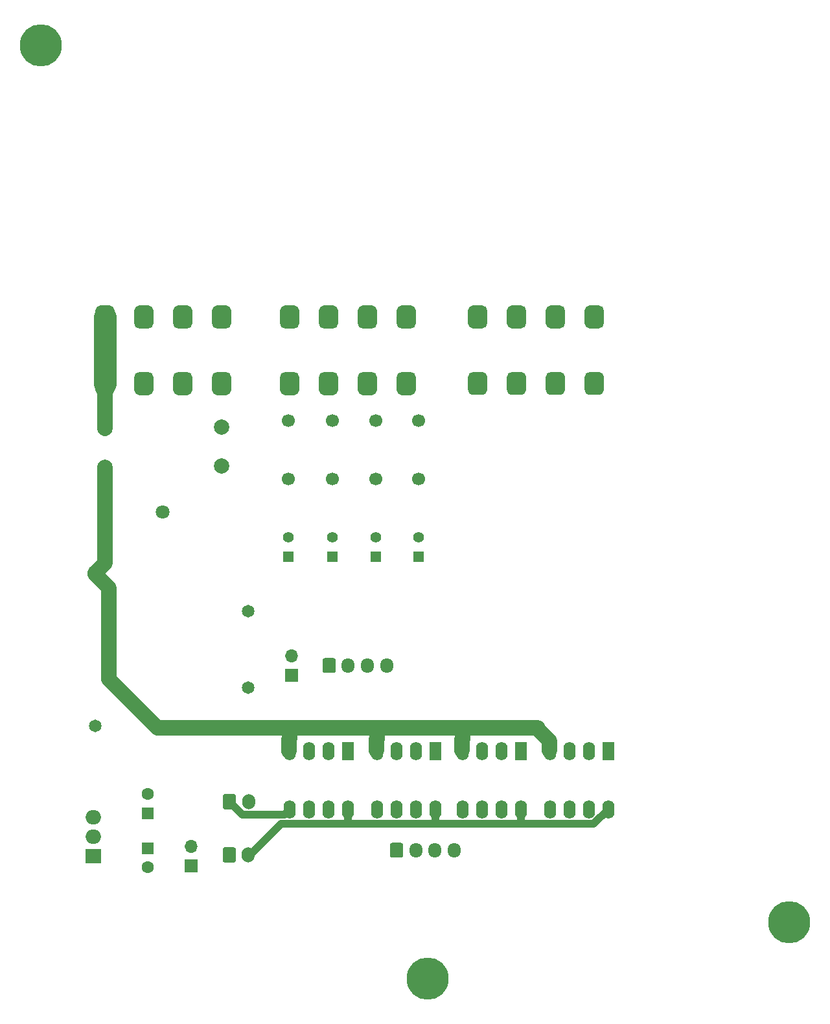
<source format=gbr>
G04 #@! TF.GenerationSoftware,KiCad,Pcbnew,(5.1.6)-1*
G04 #@! TF.CreationDate,2021-11-05T18:09:41+01:00*
G04 #@! TF.ProjectId,hamodule,68616d6f-6475-46c6-952e-6b696361645f,rev?*
G04 #@! TF.SameCoordinates,Original*
G04 #@! TF.FileFunction,Copper,L2,Bot*
G04 #@! TF.FilePolarity,Positive*
%FSLAX46Y46*%
G04 Gerber Fmt 4.6, Leading zero omitted, Abs format (unit mm)*
G04 Created by KiCad (PCBNEW (5.1.6)-1) date 2021-11-05 18:09:41*
%MOMM*%
%LPD*%
G01*
G04 APERTURE LIST*
G04 #@! TA.AperFunction,ComponentPad*
%ADD10C,1.600000*%
G04 #@! TD*
G04 #@! TA.AperFunction,ComponentPad*
%ADD11R,1.600000X1.600000*%
G04 #@! TD*
G04 #@! TA.AperFunction,ComponentPad*
%ADD12O,2.000000X1.905000*%
G04 #@! TD*
G04 #@! TA.AperFunction,ComponentPad*
%ADD13R,2.000000X1.905000*%
G04 #@! TD*
G04 #@! TA.AperFunction,ComponentPad*
%ADD14O,1.700000X1.950000*%
G04 #@! TD*
G04 #@! TA.AperFunction,ViaPad*
%ADD15C,1.700000*%
G04 #@! TD*
G04 #@! TA.AperFunction,ViaPad*
%ADD16C,1.400000*%
G04 #@! TD*
G04 #@! TA.AperFunction,ViaPad*
%ADD17R,1.400000X1.400000*%
G04 #@! TD*
G04 #@! TA.AperFunction,ComponentPad*
%ADD18C,1.650000*%
G04 #@! TD*
G04 #@! TA.AperFunction,ComponentPad*
%ADD19R,1.650000X1.650000*%
G04 #@! TD*
G04 #@! TA.AperFunction,ComponentPad*
%ADD20C,2.000000*%
G04 #@! TD*
G04 #@! TA.AperFunction,ComponentPad*
%ADD21O,1.700000X1.700000*%
G04 #@! TD*
G04 #@! TA.AperFunction,ComponentPad*
%ADD22R,1.700000X1.700000*%
G04 #@! TD*
G04 #@! TA.AperFunction,ComponentPad*
%ADD23O,1.700000X2.000000*%
G04 #@! TD*
G04 #@! TA.AperFunction,ComponentPad*
%ADD24C,1.800000*%
G04 #@! TD*
G04 #@! TA.AperFunction,ComponentPad*
%ADD25C,5.500000*%
G04 #@! TD*
G04 #@! TA.AperFunction,ComponentPad*
%ADD26R,1.600000X2.400000*%
G04 #@! TD*
G04 #@! TA.AperFunction,ComponentPad*
%ADD27O,1.600000X2.400000*%
G04 #@! TD*
G04 #@! TA.AperFunction,Conductor*
%ADD28C,2.000000*%
G04 #@! TD*
G04 #@! TA.AperFunction,Conductor*
%ADD29C,1.000000*%
G04 #@! TD*
G04 #@! TA.AperFunction,Conductor*
%ADD30C,3.000000*%
G04 #@! TD*
G04 APERTURE END LIST*
D10*
X136334500Y-147089500D03*
D11*
X136334500Y-144589500D03*
D10*
X136334500Y-137517500D03*
D11*
X136334500Y-140017500D03*
D12*
X129222500Y-140525500D03*
X129222500Y-143065500D03*
D13*
X129222500Y-145605500D03*
D14*
X176346500Y-144843500D03*
X173846500Y-144843500D03*
X171346500Y-144843500D03*
G04 #@! TA.AperFunction,ComponentPad*
G36*
G01*
X167996500Y-145568500D02*
X167996500Y-144118500D01*
G75*
G02*
X168246500Y-143868500I250000J0D01*
G01*
X169446500Y-143868500D01*
G75*
G02*
X169696500Y-144118500I0J-250000D01*
G01*
X169696500Y-145568500D01*
G75*
G02*
X169446500Y-145818500I-250000J0D01*
G01*
X168246500Y-145818500D01*
G75*
G02*
X167996500Y-145568500I0J250000D01*
G01*
G37*
G04 #@! TD.AperFunction*
D15*
X166126500Y-88753501D03*
X166126500Y-96373501D03*
D16*
X166126500Y-103993501D03*
D17*
X166126500Y-106533501D03*
D15*
X171714500Y-88753501D03*
X171714500Y-96373501D03*
D16*
X171714500Y-103993501D03*
D17*
X171714500Y-106533501D03*
D15*
X160464500Y-88709500D03*
X160464500Y-96329500D03*
D16*
X160464500Y-103949500D03*
D17*
X160464500Y-106489500D03*
D15*
X154696500Y-88753501D03*
X154696500Y-96373501D03*
D16*
X154696500Y-103993501D03*
D17*
X154696500Y-106533501D03*
D18*
X149476500Y-113587500D03*
X149476500Y-123587500D03*
X129476500Y-128587500D03*
D19*
X129476500Y-108587500D03*
G04 #@! TA.AperFunction,ComponentPad*
G36*
G01*
X169491500Y-82383500D02*
X170741500Y-82383500D01*
G75*
G02*
X171366500Y-83008500I0J-625000D01*
G01*
X171366500Y-84758500D01*
G75*
G02*
X170741500Y-85383500I-625000J0D01*
G01*
X169491500Y-85383500D01*
G75*
G02*
X168866500Y-84758500I0J625000D01*
G01*
X168866500Y-83008500D01*
G75*
G02*
X169491500Y-82383500I625000J0D01*
G01*
G37*
G04 #@! TD.AperFunction*
G04 #@! TA.AperFunction,ComponentPad*
G36*
G01*
X169491500Y-73683500D02*
X170741500Y-73683500D01*
G75*
G02*
X171366500Y-74308500I0J-625000D01*
G01*
X171366500Y-76058500D01*
G75*
G02*
X170741500Y-76683500I-625000J0D01*
G01*
X169491500Y-76683500D01*
G75*
G02*
X168866500Y-76058500I0J625000D01*
G01*
X168866500Y-74308500D01*
G75*
G02*
X169491500Y-73683500I625000J0D01*
G01*
G37*
G04 #@! TD.AperFunction*
G04 #@! TA.AperFunction,ComponentPad*
G36*
G01*
X164411500Y-82383500D02*
X165661500Y-82383500D01*
G75*
G02*
X166286500Y-83008500I0J-625000D01*
G01*
X166286500Y-84758500D01*
G75*
G02*
X165661500Y-85383500I-625000J0D01*
G01*
X164411500Y-85383500D01*
G75*
G02*
X163786500Y-84758500I0J625000D01*
G01*
X163786500Y-83008500D01*
G75*
G02*
X164411500Y-82383500I625000J0D01*
G01*
G37*
G04 #@! TD.AperFunction*
G04 #@! TA.AperFunction,ComponentPad*
G36*
G01*
X164411500Y-73683500D02*
X165661500Y-73683500D01*
G75*
G02*
X166286500Y-74308500I0J-625000D01*
G01*
X166286500Y-76058500D01*
G75*
G02*
X165661500Y-76683500I-625000J0D01*
G01*
X164411500Y-76683500D01*
G75*
G02*
X163786500Y-76058500I0J625000D01*
G01*
X163786500Y-74308500D01*
G75*
G02*
X164411500Y-73683500I625000J0D01*
G01*
G37*
G04 #@! TD.AperFunction*
G04 #@! TA.AperFunction,ComponentPad*
G36*
G01*
X159331500Y-82383500D02*
X160581500Y-82383500D01*
G75*
G02*
X161206500Y-83008500I0J-625000D01*
G01*
X161206500Y-84758500D01*
G75*
G02*
X160581500Y-85383500I-625000J0D01*
G01*
X159331500Y-85383500D01*
G75*
G02*
X158706500Y-84758500I0J625000D01*
G01*
X158706500Y-83008500D01*
G75*
G02*
X159331500Y-82383500I625000J0D01*
G01*
G37*
G04 #@! TD.AperFunction*
G04 #@! TA.AperFunction,ComponentPad*
G36*
G01*
X159331500Y-73683500D02*
X160581500Y-73683500D01*
G75*
G02*
X161206500Y-74308500I0J-625000D01*
G01*
X161206500Y-76058500D01*
G75*
G02*
X160581500Y-76683500I-625000J0D01*
G01*
X159331500Y-76683500D01*
G75*
G02*
X158706500Y-76058500I0J625000D01*
G01*
X158706500Y-74308500D01*
G75*
G02*
X159331500Y-73683500I625000J0D01*
G01*
G37*
G04 #@! TD.AperFunction*
G04 #@! TA.AperFunction,ComponentPad*
G36*
G01*
X154251500Y-82383500D02*
X155501500Y-82383500D01*
G75*
G02*
X156126500Y-83008500I0J-625000D01*
G01*
X156126500Y-84758500D01*
G75*
G02*
X155501500Y-85383500I-625000J0D01*
G01*
X154251500Y-85383500D01*
G75*
G02*
X153626500Y-84758500I0J625000D01*
G01*
X153626500Y-83008500D01*
G75*
G02*
X154251500Y-82383500I625000J0D01*
G01*
G37*
G04 #@! TD.AperFunction*
G04 #@! TA.AperFunction,ComponentPad*
G36*
G01*
X154251500Y-73683500D02*
X155501500Y-73683500D01*
G75*
G02*
X156126500Y-74308500I0J-625000D01*
G01*
X156126500Y-76058500D01*
G75*
G02*
X155501500Y-76683500I-625000J0D01*
G01*
X154251500Y-76683500D01*
G75*
G02*
X153626500Y-76058500I0J625000D01*
G01*
X153626500Y-74308500D01*
G75*
G02*
X154251500Y-73683500I625000J0D01*
G01*
G37*
G04 #@! TD.AperFunction*
D20*
X130746500Y-94805500D03*
X130746500Y-89725500D03*
D21*
X141973300Y-144310100D03*
D22*
X141973300Y-146850100D03*
D23*
X149491700Y-145453100D03*
G04 #@! TA.AperFunction,ComponentPad*
G36*
G01*
X146141700Y-146203100D02*
X146141700Y-144703100D01*
G75*
G02*
X146391700Y-144453100I250000J0D01*
G01*
X147591700Y-144453100D01*
G75*
G02*
X147841700Y-144703100I0J-250000D01*
G01*
X147841700Y-146203100D01*
G75*
G02*
X147591700Y-146453100I-250000J0D01*
G01*
X146391700Y-146453100D01*
G75*
G02*
X146141700Y-146203100I0J250000D01*
G01*
G37*
G04 #@! TD.AperFunction*
G04 #@! TA.AperFunction,ComponentPad*
G36*
G01*
X194058500Y-82371500D02*
X195308500Y-82371500D01*
G75*
G02*
X195933500Y-82996500I0J-625000D01*
G01*
X195933500Y-84746500D01*
G75*
G02*
X195308500Y-85371500I-625000J0D01*
G01*
X194058500Y-85371500D01*
G75*
G02*
X193433500Y-84746500I0J625000D01*
G01*
X193433500Y-82996500D01*
G75*
G02*
X194058500Y-82371500I625000J0D01*
G01*
G37*
G04 #@! TD.AperFunction*
G04 #@! TA.AperFunction,ComponentPad*
G36*
G01*
X194058500Y-73671500D02*
X195308500Y-73671500D01*
G75*
G02*
X195933500Y-74296500I0J-625000D01*
G01*
X195933500Y-76046500D01*
G75*
G02*
X195308500Y-76671500I-625000J0D01*
G01*
X194058500Y-76671500D01*
G75*
G02*
X193433500Y-76046500I0J625000D01*
G01*
X193433500Y-74296500D01*
G75*
G02*
X194058500Y-73671500I625000J0D01*
G01*
G37*
G04 #@! TD.AperFunction*
G04 #@! TA.AperFunction,ComponentPad*
G36*
G01*
X188978500Y-82371500D02*
X190228500Y-82371500D01*
G75*
G02*
X190853500Y-82996500I0J-625000D01*
G01*
X190853500Y-84746500D01*
G75*
G02*
X190228500Y-85371500I-625000J0D01*
G01*
X188978500Y-85371500D01*
G75*
G02*
X188353500Y-84746500I0J625000D01*
G01*
X188353500Y-82996500D01*
G75*
G02*
X188978500Y-82371500I625000J0D01*
G01*
G37*
G04 #@! TD.AperFunction*
G04 #@! TA.AperFunction,ComponentPad*
G36*
G01*
X188978500Y-73671500D02*
X190228500Y-73671500D01*
G75*
G02*
X190853500Y-74296500I0J-625000D01*
G01*
X190853500Y-76046500D01*
G75*
G02*
X190228500Y-76671500I-625000J0D01*
G01*
X188978500Y-76671500D01*
G75*
G02*
X188353500Y-76046500I0J625000D01*
G01*
X188353500Y-74296500D01*
G75*
G02*
X188978500Y-73671500I625000J0D01*
G01*
G37*
G04 #@! TD.AperFunction*
G04 #@! TA.AperFunction,ComponentPad*
G36*
G01*
X183898500Y-82371500D02*
X185148500Y-82371500D01*
G75*
G02*
X185773500Y-82996500I0J-625000D01*
G01*
X185773500Y-84746500D01*
G75*
G02*
X185148500Y-85371500I-625000J0D01*
G01*
X183898500Y-85371500D01*
G75*
G02*
X183273500Y-84746500I0J625000D01*
G01*
X183273500Y-82996500D01*
G75*
G02*
X183898500Y-82371500I625000J0D01*
G01*
G37*
G04 #@! TD.AperFunction*
G04 #@! TA.AperFunction,ComponentPad*
G36*
G01*
X183898500Y-73671500D02*
X185148500Y-73671500D01*
G75*
G02*
X185773500Y-74296500I0J-625000D01*
G01*
X185773500Y-76046500D01*
G75*
G02*
X185148500Y-76671500I-625000J0D01*
G01*
X183898500Y-76671500D01*
G75*
G02*
X183273500Y-76046500I0J625000D01*
G01*
X183273500Y-74296500D01*
G75*
G02*
X183898500Y-73671500I625000J0D01*
G01*
G37*
G04 #@! TD.AperFunction*
G04 #@! TA.AperFunction,ComponentPad*
G36*
G01*
X178818500Y-82371500D02*
X180068500Y-82371500D01*
G75*
G02*
X180693500Y-82996500I0J-625000D01*
G01*
X180693500Y-84746500D01*
G75*
G02*
X180068500Y-85371500I-625000J0D01*
G01*
X178818500Y-85371500D01*
G75*
G02*
X178193500Y-84746500I0J625000D01*
G01*
X178193500Y-82996500D01*
G75*
G02*
X178818500Y-82371500I625000J0D01*
G01*
G37*
G04 #@! TD.AperFunction*
G04 #@! TA.AperFunction,ComponentPad*
G36*
G01*
X178818500Y-73671500D02*
X180068500Y-73671500D01*
G75*
G02*
X180693500Y-74296500I0J-625000D01*
G01*
X180693500Y-76046500D01*
G75*
G02*
X180068500Y-76671500I-625000J0D01*
G01*
X178818500Y-76671500D01*
G75*
G02*
X178193500Y-76046500I0J625000D01*
G01*
X178193500Y-74296500D01*
G75*
G02*
X178818500Y-73671500I625000J0D01*
G01*
G37*
G04 #@! TD.AperFunction*
G04 #@! TA.AperFunction,ComponentPad*
G36*
G01*
X145361500Y-82383500D02*
X146611500Y-82383500D01*
G75*
G02*
X147236500Y-83008500I0J-625000D01*
G01*
X147236500Y-84758500D01*
G75*
G02*
X146611500Y-85383500I-625000J0D01*
G01*
X145361500Y-85383500D01*
G75*
G02*
X144736500Y-84758500I0J625000D01*
G01*
X144736500Y-83008500D01*
G75*
G02*
X145361500Y-82383500I625000J0D01*
G01*
G37*
G04 #@! TD.AperFunction*
G04 #@! TA.AperFunction,ComponentPad*
G36*
G01*
X145361500Y-73683500D02*
X146611500Y-73683500D01*
G75*
G02*
X147236500Y-74308500I0J-625000D01*
G01*
X147236500Y-76058500D01*
G75*
G02*
X146611500Y-76683500I-625000J0D01*
G01*
X145361500Y-76683500D01*
G75*
G02*
X144736500Y-76058500I0J625000D01*
G01*
X144736500Y-74308500D01*
G75*
G02*
X145361500Y-73683500I625000J0D01*
G01*
G37*
G04 #@! TD.AperFunction*
G04 #@! TA.AperFunction,ComponentPad*
G36*
G01*
X140281500Y-82383500D02*
X141531500Y-82383500D01*
G75*
G02*
X142156500Y-83008500I0J-625000D01*
G01*
X142156500Y-84758500D01*
G75*
G02*
X141531500Y-85383500I-625000J0D01*
G01*
X140281500Y-85383500D01*
G75*
G02*
X139656500Y-84758500I0J625000D01*
G01*
X139656500Y-83008500D01*
G75*
G02*
X140281500Y-82383500I625000J0D01*
G01*
G37*
G04 #@! TD.AperFunction*
G04 #@! TA.AperFunction,ComponentPad*
G36*
G01*
X140281500Y-73683500D02*
X141531500Y-73683500D01*
G75*
G02*
X142156500Y-74308500I0J-625000D01*
G01*
X142156500Y-76058500D01*
G75*
G02*
X141531500Y-76683500I-625000J0D01*
G01*
X140281500Y-76683500D01*
G75*
G02*
X139656500Y-76058500I0J625000D01*
G01*
X139656500Y-74308500D01*
G75*
G02*
X140281500Y-73683500I625000J0D01*
G01*
G37*
G04 #@! TD.AperFunction*
G04 #@! TA.AperFunction,ComponentPad*
G36*
G01*
X135201500Y-82383500D02*
X136451500Y-82383500D01*
G75*
G02*
X137076500Y-83008500I0J-625000D01*
G01*
X137076500Y-84758500D01*
G75*
G02*
X136451500Y-85383500I-625000J0D01*
G01*
X135201500Y-85383500D01*
G75*
G02*
X134576500Y-84758500I0J625000D01*
G01*
X134576500Y-83008500D01*
G75*
G02*
X135201500Y-82383500I625000J0D01*
G01*
G37*
G04 #@! TD.AperFunction*
G04 #@! TA.AperFunction,ComponentPad*
G36*
G01*
X135201500Y-73683500D02*
X136451500Y-73683500D01*
G75*
G02*
X137076500Y-74308500I0J-625000D01*
G01*
X137076500Y-76058500D01*
G75*
G02*
X136451500Y-76683500I-625000J0D01*
G01*
X135201500Y-76683500D01*
G75*
G02*
X134576500Y-76058500I0J625000D01*
G01*
X134576500Y-74308500D01*
G75*
G02*
X135201500Y-73683500I625000J0D01*
G01*
G37*
G04 #@! TD.AperFunction*
G04 #@! TA.AperFunction,ComponentPad*
G36*
G01*
X130121500Y-82383500D02*
X131371500Y-82383500D01*
G75*
G02*
X131996500Y-83008500I0J-625000D01*
G01*
X131996500Y-84758500D01*
G75*
G02*
X131371500Y-85383500I-625000J0D01*
G01*
X130121500Y-85383500D01*
G75*
G02*
X129496500Y-84758500I0J625000D01*
G01*
X129496500Y-83008500D01*
G75*
G02*
X130121500Y-82383500I625000J0D01*
G01*
G37*
G04 #@! TD.AperFunction*
G04 #@! TA.AperFunction,ComponentPad*
G36*
G01*
X130121500Y-73683500D02*
X131371500Y-73683500D01*
G75*
G02*
X131996500Y-74308500I0J-625000D01*
G01*
X131996500Y-76058500D01*
G75*
G02*
X131371500Y-76683500I-625000J0D01*
G01*
X130121500Y-76683500D01*
G75*
G02*
X129496500Y-76058500I0J625000D01*
G01*
X129496500Y-74308500D01*
G75*
G02*
X130121500Y-73683500I625000J0D01*
G01*
G37*
G04 #@! TD.AperFunction*
D21*
X155130500Y-119443500D03*
D22*
X155130500Y-121983500D03*
D24*
X138246500Y-100647500D03*
X130746500Y-99014170D03*
D25*
X122364500Y-39687500D03*
D14*
X167536500Y-120713500D03*
X165036500Y-120713500D03*
X162536500Y-120713500D03*
G04 #@! TA.AperFunction,ComponentPad*
G36*
G01*
X159186500Y-121438500D02*
X159186500Y-119988500D01*
G75*
G02*
X159436500Y-119738500I250000J0D01*
G01*
X160636500Y-119738500D01*
G75*
G02*
X160886500Y-119988500I0J-250000D01*
G01*
X160886500Y-121438500D01*
G75*
G02*
X160636500Y-121688500I-250000J0D01*
G01*
X159436500Y-121688500D01*
G75*
G02*
X159186500Y-121438500I0J250000D01*
G01*
G37*
G04 #@! TD.AperFunction*
D26*
X173912500Y-131873500D03*
D27*
X166292500Y-139493500D03*
X171372500Y-131873500D03*
X168832500Y-139493500D03*
X168832500Y-131873500D03*
X171372500Y-139493500D03*
X166292500Y-131873500D03*
X173912500Y-139493500D03*
D26*
X196518500Y-131873500D03*
D27*
X188898500Y-139493500D03*
X193978500Y-131873500D03*
X191438500Y-139493500D03*
X191438500Y-131873500D03*
X193978500Y-139493500D03*
X188898500Y-131873500D03*
X196518500Y-139493500D03*
D26*
X185088500Y-131873500D03*
D27*
X177468500Y-139493500D03*
X182548500Y-131873500D03*
X180008500Y-139493500D03*
X180008500Y-131873500D03*
X182548500Y-139493500D03*
X177468500Y-131873500D03*
X185088500Y-139493500D03*
D26*
X162482500Y-131873500D03*
D27*
X154862500Y-139493500D03*
X159942500Y-131873500D03*
X157402500Y-139493500D03*
X157402500Y-131873500D03*
X159942500Y-139493500D03*
X154862500Y-131873500D03*
X162482500Y-139493500D03*
D23*
X149502500Y-138493500D03*
G04 #@! TA.AperFunction,ComponentPad*
G36*
G01*
X146152500Y-139243500D02*
X146152500Y-137743500D01*
G75*
G02*
X146402500Y-137493500I250000J0D01*
G01*
X147602500Y-137493500D01*
G75*
G02*
X147852500Y-137743500I0J-250000D01*
G01*
X147852500Y-139243500D01*
G75*
G02*
X147602500Y-139493500I-250000J0D01*
G01*
X146402500Y-139493500D01*
G75*
G02*
X146152500Y-139243500I0J250000D01*
G01*
G37*
G04 #@! TD.AperFunction*
D25*
X172910500Y-161607500D03*
X220154500Y-154241500D03*
D20*
X145986500Y-94678500D03*
X145986500Y-89598500D03*
D28*
X153130490Y-128873490D02*
X153279439Y-128873490D01*
X137636490Y-128873490D02*
X153130490Y-128873490D01*
X131254500Y-122491500D02*
X137636490Y-128873490D01*
X129476500Y-108775500D02*
X131254500Y-110553500D01*
X129476500Y-108587500D02*
X129476500Y-108775500D01*
X131254500Y-110553500D02*
X131254500Y-122491500D01*
X130746500Y-94805500D02*
X130746500Y-99014170D01*
X130746500Y-107317500D02*
X129476500Y-108587500D01*
X130746500Y-99014170D02*
X130746500Y-107317500D01*
X153279439Y-128873490D02*
X154908490Y-128873490D01*
X188838490Y-130545490D02*
X188838490Y-131817490D01*
X187328492Y-129035492D02*
X188838490Y-130545490D01*
X187328492Y-128873490D02*
X187328492Y-129035492D01*
X177450510Y-128873490D02*
X177450510Y-130354521D01*
X177450510Y-130354521D02*
X177408490Y-130396541D01*
X177450510Y-128873490D02*
X187328492Y-128873490D01*
X177408490Y-130396541D02*
X177408490Y-131817490D01*
X166232490Y-130396541D02*
X166232490Y-131817490D01*
X166274510Y-130354521D02*
X166232490Y-130396541D01*
X166274510Y-128873490D02*
X166274510Y-130354521D01*
X166274510Y-128873490D02*
X177450510Y-128873490D01*
X154908490Y-128873490D02*
X166274510Y-128873490D01*
X154802490Y-130396541D02*
X154802490Y-131873500D01*
X154908490Y-128873490D02*
X154908490Y-130290541D01*
X154908490Y-130290541D02*
X154802490Y-130396541D01*
D29*
X149491700Y-145453100D02*
X149694900Y-145453100D01*
X194618490Y-141393510D02*
X196518500Y-139493500D01*
X149694900Y-145453100D02*
X153754490Y-141393510D01*
X185088500Y-141301500D02*
X184996490Y-141393510D01*
X185088500Y-139493500D02*
X185088500Y-141301500D01*
X184996490Y-141393510D02*
X194618490Y-141393510D01*
X173912500Y-141005520D02*
X173524510Y-141393510D01*
X173912500Y-139493500D02*
X173912500Y-141005520D01*
X173524510Y-141393510D02*
X184996490Y-141393510D01*
X162482500Y-141231520D02*
X162644490Y-141393510D01*
X162482500Y-139493500D02*
X162482500Y-141231520D01*
X153754490Y-141393510D02*
X162644490Y-141393510D01*
X162644490Y-141393510D02*
X173524510Y-141393510D01*
X154162490Y-140193510D02*
X154862500Y-139493500D01*
X148702510Y-140193510D02*
X154162490Y-140193510D01*
X147002500Y-138493500D02*
X148702510Y-140193510D01*
D30*
X130746500Y-75183500D02*
X130746500Y-83883500D01*
D28*
X130746500Y-83883500D02*
X130746500Y-89725500D01*
M02*

</source>
